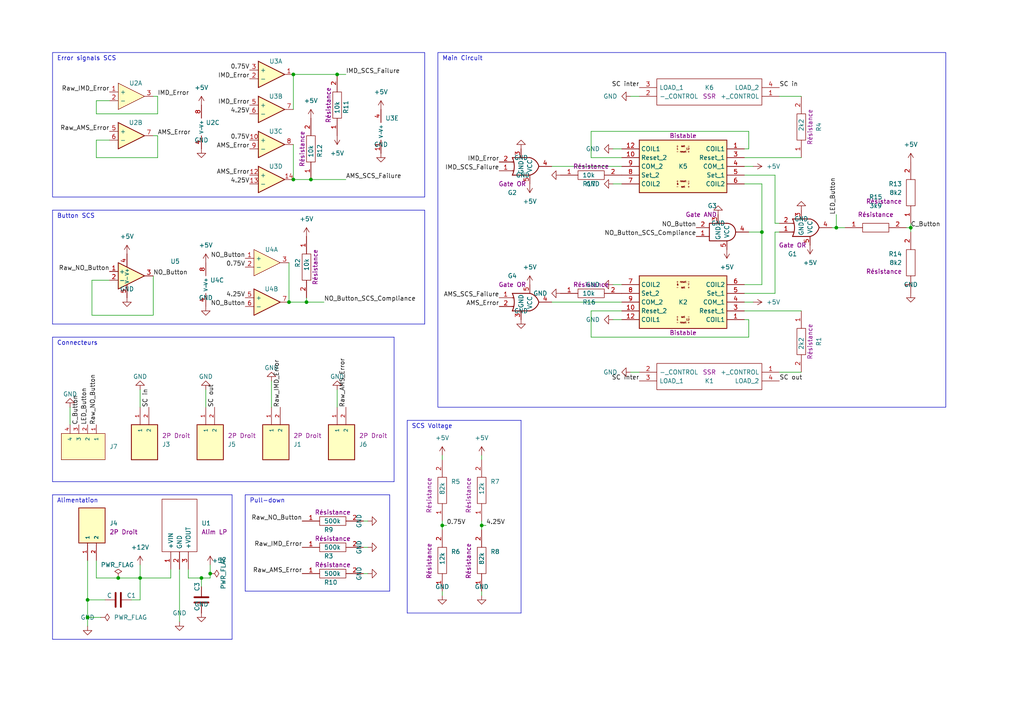
<source format=kicad_sch>
(kicad_sch (version 20230121) (generator eeschema)
  (paper "A4")
  (title_block (title "IMD Reset"))
  (junction (at 88.9 87.63))
  (junction (at 85.09 21.59))
  (junction (at 83.82 87.63))
  (junction (at 85.09 52.07))
  (junction (at 264.16 66.04))
  (junction (at 25.4 173.99))
  (junction (at 34.29 167.64))
  (junction (at 128.27 152.4))
  (junction (at 220.98 67.31))
  (junction (at 97.79 21.59))
  (junction (at 25.4 179.07))
  (junction (at 40.64 167.64))
  (junction (at 242.57 66.04))
  (junction (at 58.42 167.64))
  (junction (at 60.96 166.37))
  (junction (at 139.7 152.4))
  (junction (at 90.17 52.07))
  (polyline (pts (xy 114.3 97.79) (xy 15.24 97.79)))
  (wire (pts (xy 97.79 21.59) (xy 100.33 21.59)))
  (wire (pts (xy 139.7 152.4) (xy 140.97 152.4)))
  (wire (pts (xy 220.98 53.34) (xy 220.98 67.31)))
  (wire (pts (xy 180.34 87.63) (xy 160.02 87.63)))
  (wire (pts (xy 180.34 92.71) (xy 177.8 92.71)))
  (polyline (pts (xy 71.12 143.51) (xy 71.12 171.45)))
  (wire (pts (xy 83.82 87.63) (xy 88.9 87.63)))
  (wire (pts (xy 85.09 52.07) (xy 90.17 52.07)))
  (polyline (pts (xy 15.24 185.42) (xy 67.31 185.42)))
  (wire (pts (xy 59.69 113.03) (xy 59.69 118.11)))
  (wire (pts (xy 25.4 173.99) (xy 25.4 179.07)))
  (wire (pts (xy 105.41 158.75) (xy 106.68 158.75)))
  (wire (pts (xy 58.42 170.18) (xy 58.42 167.64)))
  (wire (pts (xy 139.7 151.13) (xy 139.7 152.4)))
  (polyline (pts (xy 15.24 60.96) (xy 15.24 93.98)))
  (wire (pts (xy 128.27 151.13) (xy 128.27 152.4)))
  (wire (pts (xy 242.57 66.04) (xy 241.3 66.04)))
  (polyline (pts (xy 114.3 139.7) (xy 114.3 97.79)))
  (wire (pts (xy 44.45 80.01) (xy 44.45 91.44)))
  (wire (pts (xy 78.74 110.49) (xy 78.74 118.11)))
  (wire (pts (xy 85.09 21.59) (xy 97.79 21.59)))
  (wire (pts (xy 180.34 43.18) (xy 177.8 43.18)))
  (polyline (pts (xy 67.31 185.42) (xy 67.31 143.51)))
  (wire (pts (xy 105.41 151.13) (xy 106.68 151.13)))
  (wire (pts (xy 40.64 118.11) (xy 40.64 113.03)))
  (wire (pts (xy 49.53 167.64) (xy 40.64 167.64)))
  (polyline (pts (xy 15.24 139.7) (xy 114.3 139.7)))
  (wire (pts (xy 232.41 107.95) (xy 226.06 107.95)))
  (wire (pts (xy 31.75 29.21) (xy 27.94 29.21)))
  (wire (pts (xy 128.27 171.45) (xy 128.27 172.72)))
  (wire (pts (xy 232.41 90.17) (xy 215.9 90.17)))
  (wire (pts (xy 185.42 107.95) (xy 182.88 107.95)))
  (wire (pts (xy 97.79 118.11) (xy 97.79 113.03)))
  (wire (pts (xy 25.4 162.56) (xy 25.4 173.99)))
  (wire (pts (xy 171.45 38.1) (xy 217.17 38.1)))
  (wire (pts (xy 220.98 67.31) (xy 220.98 82.55)))
  (wire (pts (xy 27.94 29.21) (xy 27.94 33.02)))
  (polyline (pts (xy 123.19 60.96) (xy 15.24 60.96)))
  (wire (pts (xy 171.45 97.79) (xy 217.17 97.79)))
  (wire (pts (xy 171.45 45.72) (xy 171.45 38.1)))
  (wire (pts (xy 232.41 27.94) (xy 226.06 27.94)))
  (wire (pts (xy 224.79 85.09) (xy 224.79 67.31)))
  (wire (pts (xy 45.72 33.02) (xy 45.72 27.94)))
  (wire (pts (xy 217.17 38.1) (xy 217.17 43.18)))
  (wire (pts (xy 52.07 165.1) (xy 52.07 180.34)))
  (wire (pts (xy 83.82 76.2) (xy 83.82 87.63)))
  (wire (pts (xy 60.96 166.37) (xy 60.96 163.83)))
  (wire (pts (xy 128.27 152.4) (xy 129.54 152.4)))
  (wire (pts (xy 25.4 181.61) (xy 25.4 179.07)))
  (wire (pts (xy 45.72 39.37) (xy 44.45 39.37)))
  (wire (pts (xy 220.98 67.31) (xy 217.17 67.31)))
  (wire (pts (xy 20.32 118.11) (xy 20.32 123.19)))
  (wire (pts (xy 54.61 165.1) (xy 54.61 167.64)))
  (wire (pts (xy 27.94 33.02) (xy 45.72 33.02)))
  (wire (pts (xy 54.61 167.64) (xy 58.42 167.64)))
  (wire (pts (xy 128.27 132.08) (xy 128.27 133.35)))
  (wire (pts (xy 58.42 167.64) (xy 60.96 167.64)))
  (wire (pts (xy 31.75 40.64) (xy 27.94 40.64)))
  (wire (pts (xy 224.79 50.8) (xy 224.79 64.77)))
  (wire (pts (xy 85.09 41.91) (xy 85.09 52.07)))
  (wire (pts (xy 88.9 87.63) (xy 93.98 87.63)))
  (polyline (pts (xy 151.13 177.8) (xy 118.11 177.8)))
  (wire (pts (xy 215.9 48.26) (xy 218.44 48.26)))
  (wire (pts (xy 139.7 171.45) (xy 139.7 172.72)))
  (wire (pts (xy 180.34 53.34) (xy 177.8 53.34)))
  (wire (pts (xy 185.42 27.94) (xy 182.88 27.94)))
  (polyline (pts (xy 113.03 143.51) (xy 113.03 171.45)))
  (wire (pts (xy 217.17 92.71) (xy 215.9 92.71)))
  (wire (pts (xy 27.94 45.72) (xy 45.72 45.72)))
  (polyline (pts (xy 15.24 93.98) (xy 123.19 93.98)))
  (wire (pts (xy 217.17 97.79) (xy 217.17 92.71)))
  (wire (pts (xy 45.72 45.72) (xy 45.72 39.37)))
  (wire (pts (xy 215.9 53.34) (xy 220.98 53.34)))
  (wire (pts (xy 26.67 91.44) (xy 44.45 91.44)))
  (wire (pts (xy 242.57 62.23) (xy 242.57 66.04)))
  (polyline (pts (xy 15.24 143.51) (xy 15.24 185.42)))
  (wire (pts (xy 27.94 40.64) (xy 27.94 45.72)))
  (wire (pts (xy 105.41 166.37) (xy 106.68 166.37)))
  (wire (pts (xy 264.16 66.04) (xy 264.16 67.31)))
  (wire (pts (xy 34.29 167.64) (xy 40.64 167.64)))
  (wire (pts (xy 215.9 82.55) (xy 220.98 82.55)))
  (wire (pts (xy 128.27 152.4) (xy 128.27 153.67)))
  (wire (pts (xy 264.16 66.04) (xy 262.89 66.04)))
  (wire (pts (xy 29.21 179.07) (xy 25.4 179.07)))
  (wire (pts (xy 217.17 43.18) (xy 215.9 43.18)))
  (wire (pts (xy 139.7 152.4) (xy 139.7 153.67)))
  (wire (pts (xy 49.53 165.1) (xy 49.53 167.64)))
  (wire (pts (xy 88.9 87.63) (xy 88.9 86.36)))
  (wire (pts (xy 171.45 90.17) (xy 171.45 97.79)))
  (wire (pts (xy 139.7 132.08) (xy 139.7 133.35)))
  (wire (pts (xy 215.9 87.63) (xy 218.44 87.63)))
  (wire (pts (xy 224.79 67.31) (xy 226.06 67.31)))
  (wire (pts (xy 38.1 173.99) (xy 40.64 173.99)))
  (wire (pts (xy 40.64 173.99) (xy 40.64 167.64)))
  (wire (pts (xy 215.9 85.09) (xy 224.79 85.09)))
  (wire (pts (xy 264.16 64.77) (xy 264.16 66.04)))
  (polyline (pts (xy 118.11 121.92) (xy 151.13 121.92)))
  (wire (pts (xy 27.94 167.64) (xy 34.29 167.64)))
  (polyline (pts (xy 15.24 97.79) (xy 15.24 139.7)))
  (wire (pts (xy 224.79 64.77) (xy 226.06 64.77)))
  (wire (pts (xy 180.34 45.72) (xy 171.45 45.72)))
  (wire (pts (xy 27.94 162.56) (xy 27.94 167.64)))
  (wire (pts (xy 215.9 50.8) (xy 224.79 50.8)))
  (wire (pts (xy 31.75 81.28) (xy 26.67 81.28)))
  (wire (pts (xy 100.33 52.07) (xy 90.17 52.07)))
  (wire (pts (xy 180.34 82.55) (xy 177.8 82.55)))
  (wire (pts (xy 180.34 90.17) (xy 171.45 90.17)))
  (wire (pts (xy 45.72 27.94) (xy 44.45 27.94)))
  (polyline (pts (xy 118.11 121.92) (xy 118.11 177.8)))
  (polyline (pts (xy 151.13 121.92) (xy 151.13 177.8)))
  (wire (pts (xy 40.64 163.83) (xy 40.64 167.64)))
  (polyline (pts (xy 71.12 143.51) (xy 113.03 143.51)))
  (polyline (pts (xy 113.03 171.45) (xy 71.12 171.45)))
  (wire (pts (xy 60.96 167.64) (xy 60.96 166.37)))
  (polyline (pts (xy 67.31 143.51) (xy 15.24 143.51)))
  (wire (pts (xy 26.67 81.28) (xy 26.67 91.44)))
  (wire (pts (xy 25.4 173.99) (xy 30.48 173.99)))
  (wire (pts (xy 245.11 66.04) (xy 242.57 66.04)))
  (wire (pts (xy 85.09 21.59) (xy 85.09 31.75)))
  (wire (pts (xy 232.41 45.72) (xy 215.9 45.72)))
  (wire (pts (xy 180.34 48.26) (xy 160.02 48.26)))
  (polyline (pts (xy 123.19 93.98) (xy 123.19 60.96)))
  (rectangle (start 127 15.24) (end 274.32 118.11))
  (rectangle (start 15.24 15.24) (end 123.19 57.15))
  (text "Error signals SCS" (at 16.51 17.78 0) (effects (font (size 1.27 1.27)) (justify left bottom)))
  (text "Button SCS\n" (at 16.51 63.5 0) (effects (font (size 1.27 1.27)) (justify left bottom)))
  (text "Pull-down" (at 72.39 146.05 0) (effects (font (size 1.27 1.27)) (justify left bottom)))
  (text "Alimentation\n" (at 16.51 146.05 0) (effects (font (size 1.27 1.27)) (justify left bottom)))
  (text "Main Circuit" (at 128.27 17.78 0) (effects (font (size 1.27 1.27)) (justify left bottom)))
  (text "SCS Voltage" (at 119.38 124.46 0) (effects (font (size 1.27 1.27)) (justify left bottom)))
  (text "Connecteurs\n" (at 16.51 100.33 0) (effects (font (size 1.27 1.27)) (justify left bottom)))
  (label "IMD_Error" (at 72.39 22.86 180))
  (label "4.25V" (at 140.97 152.4 0))
  (label "Raw_AMS_Error" (at 100.33 118.11 90))
  (label "NO_Button_SCS_Compliance" (at 201.93 68.58 180))
  (label "Raw_NO_Button" (at 87.63 151.13 180))
  (label "IMD_Error" (at 45.72 27.94 0))
  (label "NO_Button_SCS_Compliance" (at 93.98 87.63 0))
  (label "0.75V" (at 129.54 152.4 0))
  (label "SC in" (at 226.06 25.4 0))
  (label "Raw_IMD_Error" (at 81.28 118.11 90))
  (label "IMD_SCS_Failure" (at 144.78 49.53 180))
  (label "C_Button" (at 22.86 123.19 90))
  (label "NO_Button" (at 44.45 80.01 0))
  (label "SC out" (at 226.06 110.49 0))
  (label "0.75V" (at 71.12 77.47 180))
  (label "AMS_Error" (at 72.39 43.18 180))
  (label "SC inter" (at 185.42 110.49 180))
  (label "4.25V" (at 72.39 53.34 180))
  (label "Raw_NO_Button" (at 27.94 123.19 90))
  (label "4.25V" (at 72.39 33.02 180))
  (label "IMD_SCS_Failure" (at 100.33 21.59 0))
  (label "C_Button" (at 264.16 66.04 0))
  (label "SC in" (at 43.18 118.11 90))
  (label "0.75V" (at 72.39 40.64 180))
  (label "LED_Button" (at 25.4 123.19 90))
  (label "Raw_IMD_Error" (at 87.63 158.75 180))
  (label "NO_Button" (at 71.12 74.93 180))
  (label "Raw_IMD_Error" (at 31.75 26.67 180))
  (label "AMS_Error" (at 72.39 50.8 180))
  (label "IMD_Error" (at 72.39 30.48 180))
  (label "SC out" (at 62.23 118.11 90))
  (label "Raw_AMS_Error" (at 87.63 166.37 180))
  (label "0.75V" (at 72.39 20.32 180))
  (label "AMS_SCS_Failure" (at 100.33 52.07 0))
  (label "4.25V" (at 71.12 86.36 180))
  (label "SC inter" (at 185.42 25.4 180))
  (label "NO_Button" (at 201.93 66.04 180))
  (label "IMD_Error" (at 144.78 46.99 180))
  (label "AMS_SCS_Failure" (at 144.78 86.36 180))
  (label "Raw_NO_Button" (at 31.75 78.74 180))
  (label "LED_Button" (at 242.57 62.23 90))
  (label "AMS_Error" (at 144.78 88.9 180))
  (label "Raw_AMS_Error" (at 31.75 38.1 180))
  (label "NO_Button" (at 71.12 88.9 180))
  (label "AMS_Error" (at 45.72 39.37 0))
  (symbol (lib_id "power:+5V") (at 264.16 46.99 0) (mirror y) (unit 1)
    (property "Reference" "#PWR01" (effects hide))
    (property "Value" "+5V" (at 264.16 41.91 0))
  )
  (symbol (lib_id "power:+5V") (at 139.7 132.08 0) (unit 1)
    (property "Reference" "#PWR07" (effects hide))
    (property "Value" "+5V" (at 139.7 127 0))
  )
  (symbol (lib_id "EPSA_lib:Gate OR SN74AHCT1G32DBVR") (at 148.59 87.63 0) (unit 1)
    (property "Reference" "G4" (at 148.59 80.01 0))
    (property "Value" "Gate OR SN74AHCT1G32DBVR" (effects hide))
    (property "Footprint" "EPSA_lib:SOT95P280X145-5N" (effects hide))
    (property "Datasheet" "http://www.ti.com/lit/ds/symlink/sn74ahct1g32.pdf" (effects hide))
    (property "Sim.Pins" "4=1 1=2 2=3 5=4 3=5" (effects hide))
    (property "Sim.Device" "SPICE" (effects hide))
    (property "Sim.Params" "type=\"X\" model=\"SN74AHCT1G32\" lib=\"${EPSA}\\SpiceModel\\OR_SN74AHCT1G32.lib\"" (effects hide))
    (property "Description" "2-Input Positive-OR Gate SN74AHCT1G32DBV" (effects hide))
    (property "Height" "1.45" (effects hide))
    (property "Manufacturer_Name" "Texas Instruments" (effects hide))
    (property "Manufacturer_Part_Number" "SN74AHCT1G32DBVR" (effects hide))
    (property "Mouser Part Number" "595-SN74AHCT1G32DBVR" (effects hide))
    (property "Mouser Price/Stock" "https://www.mouser.co.uk/ProductDetail/Texas-Instruments/SN74AHCT1G32DBVR?qs=0le1rQK8zxpIB8pUTaKa9Q%3D%3D" (effects hide))
    (property "Arrow Part Number" "SN74AHCT1G32DBVR" (effects hide))
    (property "Arrow Price/Stock" "https://www.arrow.com/en/products/sn74ahct1g32dbvr/texas-instruments" (effects hide))
    (property "Render Name" "Gate OR" (at 148.59 82.55 0))
  )
  (symbol (lib_id "power:+5V") (at 128.27 132.08 0) (unit 1)
    (property "Reference" "#PWR06" (effects hide))
    (property "Value" "+5V" (at 128.27 127 0))
  )
  (symbol (lib_id "power:GND") (at 177.8 82.55 270) (unit 1)
    (property "Reference" "#GND08" (effects hide))
    (property "Value" "0" (at 173.99 82.55 90) (effects (justify right)))
  )
  (symbol (lib_id "EPSA_lib:Résistance RK73H2BLTDD2152F") (at 87.63 158.75 0) (unit 1)
    (property "Reference" "R3" (at 93.98 161.29 0) (effects (justify left)))
    (property "Value" "500k" (at 93.98 158.75 0) (effects (justify left)))
    (property "Footprint" "EPSA_lib:RESC3216X70N" (effects hide))
    (property "Datasheet" "http://www.koaspeer.com/catimages/Products/RK73H/RK73H.pdf" (effects hide))
    (property "Description" "Thick Film Resistors - SMD" (effects hide))
    (property "Height" "0.7" (effects hide))
    (property "Manufacturer_Name" "KOA Speer" (effects hide))
    (property "Manufacturer_Part_Number" "RK73H2BLTDD2152F" (effects hide))
    (property "Mouser Part Number" "N/A" (effects hide))
    (property "Mouser Price/Stock" "https://www.mouser.co.uk/ProductDetail/KOA-Speer/RK73H2BLTDD2152F?qs=WeIALVmW3zmyxMFsjVzMRw%3D%3D" (effects hide))
    (property "Sim.Device" "R" (effects hide))
    (property "Sim.Params" "type=\"R\" model=\"10k\" lib=\"\"" (effects hide))
    (property "Sim.Pins" "1=+ 2=-" (effects hide))
    (property "Render Name" "Résistance" (at 96.52 156.21 0))
  )
  (symbol (lib_id "EPSA_lib:Opamp_Dual") (at 34.29 27.94 0) (unit 1)
    (property "Reference" "U2" (at 39.37 24.13 0))
    (property "Value" "Opamp_Dual" (effects hide))
    (property "Footprint" "Package_SO:TSSOP-8_4.4x3mm_P0.65mm" (effects hide))
    (property "Datasheet" "https://www.ti.com/lit/gpn/tlv9064-q1" (effects hide))
    (property "Manufacturer_Name" "Texas Instruments" (effects hide))
    (property "Manufacturer_Part_Number" "TLV9062QPWRQ1 " (effects hide))
    (property "Mouser Part Number" "595-TLV9062QPWRQ1 " (effects hide))
  )
  (symbol (lib_id "power:+5V") (at 218.44 87.63 270) (unit 1)
    (property "Reference" "#PWR03" (effects hide))
    (property "Value" "+5V" (at 222.25 87.63 90) (effects (justify left)))
  )
  (symbol (lib_id "EPSA_lib:Opamp_Dual") (at 73.66 87.63 0) (unit 2)
    (property "Reference" "U4" (at 78.74 83.82 0))
    (property "Value" "Opamp_Dual" (effects hide))
    (property "Footprint" "Package_SO:TSSOP-8_4.4x3mm_P0.65mm" (effects hide))
    (property "Datasheet" "https://www.ti.com/lit/gpn/tlv9064-q1" (effects hide))
    (property "Manufacturer_Name" "Texas Instruments" (effects hide))
    (property "Manufacturer_Part_Number" "TLV9062QPWRQ1 " (effects hide))
    (property "Mouser Part Number" "595-TLV9062QPWRQ1 " (effects hide))
  )
  (symbol (lib_id "power:GND") (at 177.8 92.71 270) (unit 1)
    (property "Reference" "#GND04" (effects hide))
    (property "Value" "0" (at 173.99 92.71 90) (effects (justify right)))
  )
  (symbol (lib_id "EPSA_lib:SSR CPC1394GR") (at 226.06 25.4 0) (mirror y) (unit 1)
    (property "Reference" "K6" (at 205.74 25.4 0))
    (property "Value" "SSR CPC1394GR" (effects hide))
    (property "Footprint" "EPSA_lib:CPC1394GR" (effects hide))
    (property "Datasheet" "https://componentsearchengine.com/Datasheets/1/CPC1394GR.pdf" (effects hide))
    (property "Sim.Pins" "1=1 2=2 3=3 4=4" (effects hide))
    (property "Sim.Device" "SPICE" (effects hide))
    (property "Sim.Params" "type=\"X\" model=\"SWITCH\" lib=\"${EPSA}\\SpiceModel\\SSR.lib\"" (effects hide))
    (property "Description" "SPST-NO Solid State Relay Solder 120 mA rms/mA dc Surface Mount, DC MOSFET" (effects hide))
    (property "Height" "3.556" (effects hide))
    (property "Manufacturer_Name" "LITTELFUSE" (effects hide))
    (property "Manufacturer_Part_Number" "CPC1394GR" (effects hide))
    (property "Mouser Part Number" "849-CPC1394GR" (effects hide))
    (property "Mouser Price/Stock" "https://www.mouser.co.uk/ProductDetail/IXYS-Integrated-Circuits/CPC1394GR?qs=8uBHJDVwVqyTG8bzDwZMmA%3D%3D" (effects hide))
    (property "Render Name" "SSR" (at 205.74 27.94 0))
  )
  (symbol (lib_id "power:GND") (at 20.32 118.11 180) (unit 1)
    (property "Reference" "#GND013" (effects hide))
    (property "Value" "0" (at 20.32 114.3 0))
  )
  (symbol (lib_id "power:+5V") (at 153.67 53.34 0) (mirror x) (unit 1)
    (property "Reference" "#PWR011" (effects hide))
    (property "Value" "+5V" (at 153.67 58.42 0))
  )
  (symbol (lib_id "power:GND") (at 36.83 86.36 0) (unit 1)
    (property "Reference" "#GND031" (effects hide))
    (property "Value" "0" (at 36.83 83.82 0))
  )
  (symbol (lib_id "power:+5V") (at 234.95 71.12 0) (mirror x) (unit 1)
    (property "Reference" "#PWR05" (effects hide))
    (property "Value" "+5V" (at 234.95 76.2 0))
  )
  (symbol (lib_id "EPSA_lib:Résistance RK73H2BLTDD2152F") (at 88.9 68.58 270) (unit 1)
    (property "Reference" "R2" (at 86.36 74.93 0) (effects (justify left)))
    (property "Value" "10k" (at 88.9 74.93 0) (effects (justify left)))
    (property "Footprint" "EPSA_lib:RESC3216X70N" (effects hide))
    (property "Datasheet" "http://www.koaspeer.com/catimages/Products/RK73H/RK73H.pdf" (effects hide))
    (property "Description" "Thick Film Resistors - SMD" (effects hide))
    (property "Height" "0.7" (effects hide))
    (property "Manufacturer_Name" "KOA Speer" (effects hide))
    (property "Manufacturer_Part_Number" "RK73H2BLTDD2152F" (effects hide))
    (property "Mouser Part Number" "N/A" (effects hide))
    (property "Mouser Price/Stock" "https://www.mouser.co.uk/ProductDetail/KOA-Speer/RK73H2BLTDD2152F?qs=WeIALVmW3zmyxMFsjVzMRw%3D%3D" (effects hide))
    (property "Sim.Device" "R" (effects hide))
    (property "Sim.Params" "type=\"R\" model=\"10k\" lib=\"\"" (effects hide))
    (property "Sim.Pins" "1=+ 2=-" (effects hide))
    (property "Render Name" "Résistance" (at 91.44 77.47 0))
  )
  (symbol (lib_id "power:+5V") (at 88.9 68.58 0) (unit 1)
    (property "Reference" "#PWR018" (effects hide))
    (property "Value" "+5V" (at 88.9 63.5 0))
  )
  (symbol (lib_id "EPSA_lib:Opamp_Dual") (at 58.42 36.83 0) (unit 3)
    (property "Reference" "U2" (at 59.69 35.56 0) (effects (justify left)))
    (property "Value" "Opamp_Dual" (effects hide))
    (property "Footprint" "Package_SO:TSSOP-8_4.4x3mm_P0.65mm" (effects hide))
    (property "Datasheet" "https://www.ti.com/lit/gpn/tlv9064-q1" (effects hide))
    (property "Manufacturer_Name" "Texas Instruments" (effects hide))
    (property "Manufacturer_Part_Number" "TLV9062QPWRQ1 " (effects hide))
    (property "Mouser Part Number" "595-TLV9062QPWRQ1 " (effects hide))
  )
  (symbol (lib_id "EPSA_lib:Gate AND SN74AHCT1G08DBVR") (at 205.74 67.31 0) (mirror x) (unit 1)
    (property "Reference" "G3" (at 207.9341 59.69 0) (effects (justify right)))
    (property "Value" "Gate AND SN74AHCT1G08DBVR" (effects hide))
    (property "Footprint" "EPSA_lib:SOT95P280X145-5N" (effects hide))
    (property "Datasheet" "https://datasheet.datasheetarchive.com/originals/distributors/SFDatasheet-6/sf-000128638.pdf" (effects hide))
    (property "Sim.Pins" "4=1 1=2 2=3 5=4 3=5" (effects hide))
    (property "Sim.Device" "SPICE" (effects hide))
    (property "Sim.Params" "type=\"X\" model=\"SN74AHC1G08\" lib=\"${EPSA}\\SpiceModel\\AND_SN74AHC1G08.lib\"" (effects hide))
    (property "Description" "SN74AHCT1G08DBVR, Logic Gate 2 Input AND, AHCT, 8mA 5V 5-Pin SOT-23" (effects hide))
    (property "Height" "1.45" (effects hide))
    (property "Manufacturer_Name" "Texas Instruments" (effects hide))
    (property "Manufacturer_Part_Number" "SN74AHCT1G08DBVR" (effects hide))
    (property "Mouser Part Number" "595-SN74AHCT1G08DBVR" (effects hide))
    (property "Mouser Price/Stock" "https://www.mouser.co.uk/ProductDetail/Texas-Instruments/SN74AHCT1G08DBVR?qs=8Pd2FuFSoMGY9AK%2Ftqwbcw%3D%3D" (effects hide))
    (property "Arrow Part Number" "SN74AHCT1G08DBVR" (effects hide))
    (property "Arrow Price/Stock" "https://www.arrow.com/en/products/sn74ahct1g08dbvr/texas-instruments?region=nac" (effects hide))
    (property "Render Name" "Gate AND" (at 207.9341 62.23 0) (effects (justify right)))
  )
  (symbol (lib_id "power:+5V") (at 58.42 30.48 0) (unit 1)
    (property "Reference" "#PWR08" (effects hide))
    (property "Value" "+5V" (at 58.42 25.4 0))
  )
  (symbol (lib_id "power:GND") (at 232.41 60.96 0) (mirror x) (unit 1)
    (property "Reference" "#GND019" (effects hide))
    (property "Value" "0" (at 232.41 63.5 0))
  )
  (symbol (lib_id "power:GND") (at 151.13 92.71 0) (unit 1)
    (property "Reference" "#GND09" (effects hide))
    (property "Value" "0" (at 151.13 90.17 0))
  )
  (symbol (lib_id "power:GND") (at 151.13 43.18 0) (mirror x) (unit 1)
    (property "Reference" "#GND022" (effects hide))
    (property "Value" "0" (at 151.13 45.72 0))
  )
  (symbol (lib_id "power:GND") (at 59.69 88.9 0) (unit 1)
    (property "Reference" "#GND030" (effects hide))
    (property "Value" "0" (at 59.69 86.36 0))
  )
  (symbol (lib_id "EPSA_lib:Résistance RK73H2BLTDD2152F") (at 97.79 39.37 90) (unit 1)
    (property "Reference" "R11" (at 100.33 33.02 0) (effects (justify left)))
    (property "Value" "10k" (at 97.79 33.02 0) (effects (justify left)))
    (property "Footprint" "EPSA_lib:RESC3216X70N" (effects hide))
    (property "Datasheet" "http://www.koaspeer.com/catimages/Products/RK73H/RK73H.pdf" (effects hide))
    (property "Description" "Thick Film Resistors - SMD" (effects hide))
    (property "Height" "0.7" (effects hide))
    (property "Manufacturer_Name" "KOA Speer" (effects hide))
    (property "Manufacturer_Part_Number" "RK73H2BLTDD2152F" (effects hide))
    (property "Mouser Part Number" "N/A" (effects hide))
    (property "Mouser Price/Stock" "https://www.mouser.co.uk/ProductDetail/KOA-Speer/RK73H2BLTDD2152F?qs=WeIALVmW3zmyxMFsjVzMRw%3D%3D" (effects hide))
    (property "Sim.Device" "R" (effects hide))
    (property "Sim.Params" "type=\"R\" model=\"10k\" lib=\"\"" (effects hide))
    (property "Sim.Pins" "1=+ 2=-" (effects hide))
    (property "Render Name" "Résistance" (at 95.25 30.48 0))
  )
  (symbol (lib_id "EPSA_lib:Résistance RK73H2BLTDD2152F") (at 162.56 85.09 0) (unit 1)
    (property "Reference" "R16" (at 168.91 87.63 0) (effects (justify left)))
    (property "Value" "10k" (at 168.91 85.09 0) (effects (justify left)))
    (property "Footprint" "EPSA_lib:RESC3216X70N" (effects hide))
    (property "Datasheet" "http://www.koaspeer.com/catimages/Products/RK73H/RK73H.pdf" (effects hide))
    (property "Description" "Thick Film Resistors - SMD" (effects hide))
    (property "Height" "0.7" (effects hide))
    (property "Manufacturer_Name" "KOA Speer" (effects hide))
    (property "Manufacturer_Part_Number" "RK73H2BLTDD2152F" (effects hide))
    (property "Mouser Part Number" "N/A" (effects hide))
    (property "Mouser Price/Stock" "https://www.mouser.co.uk/ProductDetail/KOA-Speer/RK73H2BLTDD2152F?qs=WeIALVmW3zmyxMFsjVzMRw%3D%3D" (effects hide))
    (property "Sim.Device" "R" (effects hide))
    (property "Sim.Params" "type=\"R\" model=\"10k\" lib=\"\"" (effects hide))
    (property "Sim.Pins" "1=+ 2=-" (effects hide))
    (property "Render Name" "Résistance" (at 171.45 82.55 0))
  )
  (symbol (lib_id "power:PWR_FLAG") (at 34.29 167.64 0) (unit 1)
    (property "Reference" "#FLG0102" (effects hide))
    (property "Value" "PWR_FLAG" (at 29.21 163.83 0) (effects (justify left)))
  )
  (symbol (lib_id "EPSA_lib:Gate OR SN74AHCT1G32DBVR") (at 148.59 48.26 0) (mirror x) (unit 1)
    (property "Reference" "G2" (at 148.59 55.88 0))
    (property "Value" "Gate OR SN74AHCT1G32DBVR" (effects hide))
    (property "Footprint" "EPSA_lib:SOT95P280X145-5N" (effects hide))
    (property "Datasheet" "http://www.ti.com/lit/ds/symlink/sn74ahct1g32.pdf" (effects hide))
    (property "Sim.Pins" "4=1 1=2 2=3 5=4 3=5" (effects hide))
    (property "Sim.Device" "SPICE" (effects hide))
    (property "Sim.Params" "type=\"X\" model=\"SN74AHCT1G32\" lib=\"${EPSA}\\SpiceModel\\OR_SN74AHCT1G32.lib\"" (effects hide))
    (property "Description" "2-Input Positive-OR Gate SN74AHCT1G32DBV" (effects hide))
    (property "Height" "1.45" (effects hide))
    (property "Manufacturer_Name" "Texas Instruments" (effects hide))
    (property "Manufacturer_Part_Number" "SN74AHCT1G32DBVR" (effects hide))
    (property "Mouser Part Number" "595-SN74AHCT1G32DBVR" (effects hide))
    (property "Mouser Price/Stock" "https://www.mouser.co.uk/ProductDetail/Texas-Instruments/SN74AHCT1G32DBVR?qs=0le1rQK8zxpIB8pUTaKa9Q%3D%3D" (effects hide))
    (property "Arrow Part Number" "SN74AHCT1G32DBVR" (effects hide))
    (property "Arrow Price/Stock" "https://www.arrow.com/en/products/sn74ahct1g32dbvr/texas-instruments" (effects hide))
    (property "Render Name" "Gate OR" (at 148.59 53.34 0))
  )
  (symbol (lib_id "power:GND") (at 106.68 151.13 90) (unit 1)
    (property "Reference" "#GND032" (effects hide))
    (property "Value" "0" (at 104.14 151.13 0))
  )
  (symbol (lib_name "Bistable V23079B1201B301_1") (lib_id "EPSA_lib:Bistable V23079B1201B301") (at 215.9 43.18 0) (mirror y) (unit 1)
    (property "Reference" "K5" (at 198.12 48.26 0))
    (property "Value" "Bistable V23079B1201B301" (effects hide))
    (property "Footprint" "EPSA_lib:V23079B1201B301" (effects hide))
    (property "Datasheet" "https://www.te.com/commerce/DocumentDelivery/DDEController?Action=showdoc&DocId=Data+Sheet%7FP2_Relay%7FZ14%7Fpdf%7FEnglish%7FENG_DS_P2_Relay_Z14.pdf%7F3-1393788-3" (effects hide))
    (property "Height" "9.9" (effects hide))
    (property "Mouser Part Number" "655-V23079B1201B301" (effects hide))
    (property "Mouser Price/Stock" "https://www.mouser.co.uk/ProductDetail/TE-Connectivity-Axicom/V23079B1201B301?qs=Mpp7pS3%252Boa448t%252ByTVqVnw%3D%3D" (effects hide))
    (property "Manufacturer_Name" "TE Connectivity" (effects hide))
    (property "Manufacturer_Part_Number" "V23079B1201B301" (effects hide))
    (property "Render Name" "Bistable" (at 198.12 39.37 0))
  )
  (symbol (lib_id "EPSA_lib:Résistance RK73H2BLTDD2152F") (at 245.11 66.04 0) (mirror x) (unit 1)
    (property "Reference" "R15" (at 254 57.15 0))
    (property "Value" "3k9" (at 254 59.69 0))
    (property "Footprint" "EPSA_lib:RESC3216X70N" (effects hide))
    (property "Datasheet" "http://www.koaspeer.com/catimages/Products/RK73H/RK73H.pdf" (effects hide))
    (property "Sim.Pins" "1=+ 2=-" (effects hide))
    (property "Sim.Device" "R" (effects hide))
    (property "Description" "Thick Film Resistors - SMD" (effects hide))
    (property "Height" "0.7" (effects hide))
    (property "Manufacturer_Name" "KOA Speer" (effects hide))
    (property "Manufacturer_Part_Number" "RK73H2BLTDD2152F" (effects hide))
    (property "Mouser Part Number" "N/A" (effects hide))
    (property "Mouser Price/Stock" "https://www.mouser.co.uk/ProductDetail/KOA-Speer/RK73H2BLTDD2152F?qs=WeIALVmW3zmyxMFsjVzMRw%3D%3D" (effects hide))
    (property "Render Name" "Résistance" (at 254 62.23 0))
  )
  (symbol (lib_id "Device:C") (at 58.42 173.99 180) (unit 1)
    (property "Reference" "C3" (at 57.15 170.18 90))
    (property "Value" "C" (at 57.15 176.53 90))
    (property "Footprint" "Capacitor_THT:CP_Radial_D5.0mm_P2.00mm" (effects hide))
  )
  (symbol (lib_name "Résistance RK73H2BLTDD2152F_5") (lib_id "EPSA_lib:Résistance RK73H2BLTDD2152F") (at 139.7 151.13 90) (unit 1)
    (property "Reference" "R7" (at 142.24 139.6999 90) (effects (justify right)))
    (property "Value" "12k" (at 139.7 143.51 0) (effects (justify left)))
    (property "Footprint" "EPSA_lib:RESC3216X70N" (effects hide))
    (property "Datasheet" "http://www.koaspeer.com/catimages/Products/RK73H/RK73H.pdf" (effects hide))
    (property "Description" "Thick Film Resistors - SMD" (effects hide))
    (property "Height" "0.7" (effects hide))
    (property "Manufacturer_Name" "KOA Speer" (effects hide))
    (property "Manufacturer_Part_Number" "RK73H2BLTDD2152F" (effects hide))
    (property "Mouser Part Number" "N/A" (effects hide))
    (property "Mouser Price/Stock" "https://www.mouser.co.uk/ProductDetail/KOA-Speer/RK73H2BLTDD2152F?qs=WeIALVmW3zmyxMFsjVzMRw%3D%3D" (effects hide))
    (property "Render Name" "Résistance" (at 135.89 138.43 0) (effects (justify right)))
    (property "Sim.Device" "R" (effects hide))
    (property "Sim.Params" "type=\"R\" model=\"2k\" lib=\"\"" (effects hide))
    (property "Sim.Pins" "1=+ 2=-" (effects hide))
  )
  (symbol (lib_id "EPSA_lib:Alim LP TSR_0.5-2450") (at 54.61 163.83 90) (unit 1)
    (property "Reference" "U1" (at 58.42 151.765 90) (effects (justify right)))
    (property "Value" "Alim LP TSR_0.5-2450" (effects hide))
    (property "Footprint" "EPSA_lib:TSR-0.5-2433" (effects hide))
    (property "Datasheet" "https://tracopower.com/tsr0-5-datasheet/" (effects hide))
    (property "Sim.Pins" "1=1 2=2 3=3" (effects hide))
    (property "Sim.Device" "SPICE" (effects hide))
    (property "Sim.Params" "type=\"R\" model=\"Alim LP TSR_0.5-2450\" lib=\"\"" (effects hide))
    (property "Description" "0.5 Amp POL switching regulator, 4.75 to -32 VDC input, pos.-pos. circuit, LM78 compatible, SIP-3" (effects hide))
    (property "Manufacturer_Name" "Traco Power" (effects hide))
    (property "Manufacturer_Part_Number" "TSR 0.5-2450" (effects hide))
    (property "Mouser Part Number" "495-TSR0.5-2450" (effects hide))
    (property "Mouser Price/Stock" "https://www.mouser.co.uk/ProductDetail/TRACO-Power/TSR-0.5-2450?qs=ckJk83FOD0XpEgQBSwF%2FIw%3D%3D" (effects hide))
    (property "Arrow Part Number" "TSR 0.5-2450" (effects hide))
    (property "Arrow Price/Stock" "https://www.arrow.com/en/products/tsr0.5-2450/traco-electronic-ag?region=europe" (effects hide))
    (property "Sim.Enable" "0" (effects hide))
    (property "Render Name" "Alim LP" (at 58.42 154.305 90) (effects (justify right)))
  )
  (symbol (lib_id "EPSA_lib:Opamp_Quad") (at 74.93 21.59 0) (unit 1)
    (property "Reference" "U3" (at 80.01 17.78 0))
    (property "Value" "Opamp_Quad" (effects hide))
    (property "Footprint" "Package_SO:TSSOP-14_4.4x5mm_P0.65mm" (effects hide))
    (property "Datasheet" "https://www.ti.com/lit/gpn/tlv9064-q1" (effects hide))
    (property "Manufacturer_Name" "Texas Instruments" (effects hide))
    (property "Manufacturer_Part_Number" "TLV9064QPWRQ1 " (effects hide))
    (property "Mouser Part Number" "595-TLV9064QPWRQ1 " (effects hide))
  )
  (symbol (lib_id "EPSA_lib:Bistable V23079B1201B301") (at 215.9 92.71 180) (unit 1)
    (property "Reference" "K2" (at 198.12 87.63 0))
    (property "Value" "Bistable V23079B1201B301" (effects hide))
    (property "Footprint" "EPSA_lib:V23079B1201B301" (effects hide))
    (property "Datasheet" "https://www.te.com/commerce/DocumentDelivery/DDEController?Action=showdoc&DocId=Data+Sheet%7FP2_Relay%7FZ14%7Fpdf%7FEnglish%7FENG_DS_P2_Relay_Z14.pdf%7F3-1393788-3" (effects hide))
    (property "Height" "9.9" (effects hide))
    (property "Mouser Part Number" "655-V23079B1201B301" (effects hide))
    (property "Mouser Price/Stock" "https://www.mouser.co.uk/ProductDetail/TE-Connectivity-Axicom/V23079B1201B301?qs=Mpp7pS3%252Boa448t%252ByTVqVnw%3D%3D" (effects hide))
    (property "Manufacturer_Name" "TE Connectivity" (effects hide))
    (property "Manufacturer_Part_Number" "V23079B1201B301" (effects hide))
    (property "Render Name" "Bistable" (at 198.12 96.52 0))
  )
  (symbol (lib_id "power:+5V") (at 153.67 82.55 0) (unit 1)
    (property "Reference" "#PWR017" (effects hide))
    (property "Value" "+5V" (at 153.67 77.47 0))
  )
  (symbol (lib_id "power:GND") (at 162.56 50.8 270) (mirror x) (unit 1)
    (property "Reference" "#GND015" (effects hide))
    (property "Value" "0" (at 153.67 50.8 90) (effects (justify right)))
  )
  (symbol (lib_id "power:+12V") (at 40.64 163.83 0) (unit 1)
    (property "Reference" "#PWR02" (effects hide))
    (property "Value" "+12V" (at 40.64 158.75 0))
  )
  (symbol (lib_id "EPSA_lib:Résistance RK73H2BLTDD2152F") (at 232.41 45.72 270) (mirror x) (unit 1)
    (property "Reference" "R4" (at 237.49 36.83 0))
    (property "Value" "2k2" (at 232.41 38.1 0) (effects (justify left)))
    (property "Footprint" "EPSA_lib:RESC3216X70N" (effects hide))
    (property "Datasheet" "http://www.koaspeer.com/catimages/Products/RK73H/RK73H.pdf" (effects hide))
    (property "Sim.Pins" "1=+ 2=-" (effects hide))
    (property "Sim.Device" "R" (effects hide))
    (property "Sim.Params" "type=\"R\" model=\"10\" lib=\"\"" (effects hide))
    (property "Description" "Thick Film Resistors - SMD" (effects hide))
    (property "Height" "0.7" (effects hide))
    (property "Manufacturer_Name" "KOA Speer" (effects hide))
    (property "Manufacturer_Part_Number" "RK73H2BLTDD2152F" (effects hide))
    (property "Mouser Part Number" "N/A" (effects hide))
    (property "Mouser Price/Stock" "https://www.mouser.co.uk/ProductDetail/KOA-Speer/RK73H2BLTDD2152F?qs=WeIALVmW3zmyxMFsjVzMRw%3D%3D" (effects hide))
    (property "Render Name" "Résistance" (at 234.95 36.83 0))
  )
  (symbol (lib_id "power:GND") (at 139.7 172.72 0) (unit 1)
    (property "Reference" "#GND026" (effects hide))
    (property "Value" "0" (at 139.7 170.18 0))
  )
  (symbol (lib_id "EPSA_lib:2P Droit 2-11-2022") (at 40.64 128.27 90) (mirror x) (unit 1)
    (property "Reference" "J3" (at 46.99 128.905 90) (effects (justify right)))
    (property "Value" "2P Droit 2-11-2022" (effects hide))
    (property "Footprint" "EPSA_lib:MOLEX_22-11-2022" (effects hide))
    (property "Sim.Pins" "1=1 2=2" (effects hide))
    (property "Sim.Device" "SPICE" (effects hide))
    (property "Sim.Params" "type=\"J\" model=\"22-11-2022\" lib=\"\"" (effects hide))
    (property "MAXIMUM_PACKAGE_HEIGHT" "10.66mm" (effects hide))
    (property "PARTREV" "BD8" (effects hide))
    (property "STANDARD" "Manufacturer Recommendations" (effects hide))
    (property "MANUFACTURER" "Molex" (effects hide))
    (property "Sim.Enable" "0" (effects hide))
    (property "Render Name" "2P Droit" (at 46.99 126.365 90) (effects (justify right)))
  )
  (symbol (lib_id "power:GND") (at 97.79 113.03 180) (unit 1)
    (property "Reference" "#GND016" (effects hide))
    (property "Value" "0" (at 97.79 109.22 0))
  )
  (symbol (lib_id "power:GND") (at 182.88 107.95 270) (unit 1)
    (property "Reference" "#GND02" (effects hide))
    (property "Value" "0" (at 179.07 107.95 90) (effects (justify right)))
  )
  (symbol (lib_name "Résistance RK73H2BLTDD2152F_4") (lib_id "EPSA_lib:Résistance RK73H2BLTDD2152F") (at 128.27 171.45 90) (unit 1)
    (property "Reference" "R6" (at 130.81 160.0199 90) (effects (justify right)))
    (property "Value" "12k" (at 128.27 163.83 0) (effects (justify left)))
    (property "Footprint" "EPSA_lib:RESC3216X70N" (effects hide))
    (property "Datasheet" "http://www.koaspeer.com/catimages/Products/RK73H/RK73H.pdf" (effects hide))
    (property "Description" "Thick Film Resistors - SMD" (effects hide))
    (property "Height" "0.7" (effects hide))
    (property "Manufacturer_Name" "KOA Speer" (effects hide))
    (property "Manufacturer_Part_Number" "RK73H2BLTDD2152F" (effects hide))
    (property "Mouser Part Number" "N/A" (effects hide))
    (property "Mouser Price/Stock" "https://www.mouser.co.uk/ProductDetail/KOA-Speer/RK73H2BLTDD2152F?qs=WeIALVmW3zmyxMFsjVzMRw%3D%3D" (effects hide))
    (property "Render Name" "Résistance" (at 124.46 157.48 0) (effects (justify right)))
    (property "Sim.Device" "R" (effects hide))
    (property "Sim.Params" "type=\"R\" model=\"2k\" lib=\"\"" (effects hide))
    (property "Sim.Pins" "1=+ 2=-" (effects hide))
  )
  (symbol (lib_id "power:GND") (at 59.69 113.03 180) (unit 1)
    (property "Reference" "#GND011" (effects hide))
    (property "Value" "0" (at 59.69 109.22 0))
  )
  (symbol (lib_id "EPSA_lib:Opamp_Dual") (at 73.66 76.2 0) (unit 1)
    (property "Reference" "U4" (at 78.74 72.39 0))
    (property "Value" "Opamp_Dual" (effects hide))
    (property "Footprint" "Package_SO:TSSOP-8_4.4x3mm_P0.65mm" (effects hide))
    (property "Datasheet" "https://www.ti.com/lit/gpn/tlv9064-q1" (effects hide))
    (property "Manufacturer_Name" "Texas Instruments" (effects hide))
    (property "Manufacturer_Part_Number" "TLV9062QPWRQ1 " (effects hide))
    (property "Mouser Part Number" "595-TLV9062QPWRQ1 " (effects hide))
  )
  (symbol (lib_id "EPSA_lib:2P Droit 2-11-2022") (at 59.69 128.27 90) (mirror x) (unit 1)
    (property "Reference" "J5" (at 66.04 128.905 90) (effects (justify right)))
    (property "Value" "2P Droit 2-11-2022" (effects hide))
    (property "Footprint" "EPSA_lib:MOLEX_22-11-2022" (effects hide))
    (property "Sim.Pins" "1=1 2=2" (effects hide))
    (property "Sim.Device" "SPICE" (effects hide))
    (property "Sim.Params" "type=\"J\" model=\"22-11-2022\" lib=\"\"" (effects hide))
    (property "MAXIMUM_PACKAGE_HEIGHT" "10.66mm" (effects hide))
    (property "PARTREV" "BD8" (effects hide))
    (property "STANDARD" "Manufacturer Recommendations" (effects hide))
    (property "MANUFACTURER" "Molex" (effects hide))
    (property "Sim.Enable" "0" (effects hide))
    (property "Render Name" "2P Droit" (at 66.04 126.365 90) (effects (justify right)))
  )
  (symbol (lib_id "EPSA_lib:SSR CPC1394GR") (at 226.06 110.49 180) (unit 1)
    (property "Reference" "K1" (at 205.74 110.49 0))
    (property "Value" "SSR CPC1394GR" (effects hide))
    (property "Footprint" "EPSA_lib:CPC1394GR" (effects hide))
    (property "Datasheet" "https://componentsearchengine.com/Datasheets/1/CPC1394GR.pdf" (effects hide))
    (property "Sim.Pins" "1=1 2=2 3=3 4=4" (effects hide))
    (property "Sim.Device" "SPICE" (effects hide))
    (property "Sim.Params" "type=\"X\" model=\"SWITCH\" lib=\"${EPSA}\\SpiceModel\\SSR.lib\"" (effects hide))
    (property "Description" "SPST-NO Solid State Relay Solder 120 mA rms/mA dc Surface Mount, DC MOSFET" (effects hide))
    (property "Height" "3.556" (effects hide))
    (property "Manufacturer_Name" "LITTELFUSE" (effects hide))
    (property "Manufacturer_Part_Number" "CPC1394GR" (effects hide))
    (property "Mouser Part Number" "849-CPC1394GR" (effects hide))
    (property "Mouser Price/Stock" "https://www.mouser.co.uk/ProductDetail/IXYS-Integrated-Circuits/CPC1394GR?qs=8uBHJDVwVqyTG8bzDwZMmA%3D%3D" (effects hide))
    (property "Render Name" "SSR" (at 205.74 107.95 0))
  )
  (symbol (lib_id "EPSA_lib:Gate OR SN74AHCT1G32DBVR") (at 229.87 66.04 0) (mirror x) (unit 1)
    (property "Reference" "G1" (at 229.87 73.66 0))
    (property "Value" "Gate OR SN74AHCT1G32DBVR" (effects hide))
    (property "Footprint" "EPSA_lib:SOT95P280X145-5N" (effects hide))
    (property "Datasheet" "http://www.ti.com/lit/ds/symlink/sn74ahct1g32.pdf" (effects hide))
    (property "Sim.Pins" "4=1 1=2 2=3 5=4 3=5" (effects hide))
    (property "Sim.Device" "SPICE" (effects hide))
    (property "Sim.Params" "type=\"X\" model=\"SN74AHCT1G32\" lib=\"${EPSA}\\SpiceModel\\OR_SN74AHCT1G32.lib\"" (effects hide))
    (property "Description" "2-Input Positive-OR Gate SN74AHCT1G32DBV" (effects hide))
    (property "Height" "1.45" (effects hide))
    (property "Manufacturer_Name" "Texas Instruments" (effects hide))
    (property "Manufacturer_Part_Number" "SN74AHCT1G32DBVR" (effects hide))
    (property "Mouser Part Number" "595-SN74AHCT1G32DBVR" (effects hide))
    (property "Mouser Price/Stock" "https://www.mouser.co.uk/ProductDetail/Texas-Instruments/SN74AHCT1G32DBVR?qs=0le1rQK8zxpIB8pUTaKa9Q%3D%3D" (effects hide))
    (property "Arrow Part Number" "SN74AHCT1G32DBVR" (effects hide))
    (property "Arrow Price/Stock" "https://www.arrow.com/en/products/sn74ahct1g32dbvr/texas-instruments" (effects hide))
    (property "Render Name" "Gate OR" (at 229.87 71.12 0))
  )
  (symbol (lib_id "power:GND") (at 78.74 110.49 180) (unit 1)
    (property "Reference" "#GND03" (effects hide))
    (property "Value" "0" (at 78.74 106.68 0))
  )
  (symbol (lib_id "power:GND") (at 162.56 85.09 270) (unit 1)
    (property "Reference" "#GND06" (effects hide))
    (property "Value" "0" (at 158.75 85.09 90) (effects (justify right)))
  )
  (symbol (lib_id "EPSA_lib:Opamp") (at 36.83 80.01 0) (unit 1)
    (property "Reference" "U5" (at 50.8 75.8191 0))
    (property "Value" "${SIM.PARAMS}" (effects hide))
    (property "Footprint" "Package_TO_SOT_SMD:SOT-353_SC-70-5_Handsoldering" (effects hide))
    (property "Datasheet" "https://www.ti.com/lit/gpn/tlv9064-q1" (effects hide))
    (property "Manufacturer_Name" "Texas Instruments" (effects hide))
    (property "Manufacturer_Part_Number" "TLV9061QDCKRQ1 " (effects hide))
    (property "Mouser Part Number" " 595-TLV9061QDCKRQ1 " (effects hide))
  )
  (symbol (lib_name "Résistance RK73H2BLTDD2152F_1") (lib_id "EPSA_lib:Résistance RK73H2BLTDD2152F") (at 128.27 151.13 90) (unit 1)
    (property "Reference" "R5" (at 130.81 139.6999 90) (effects (justify right)))
    (property "Value" "82k" (at 128.27 143.51 0) (effects (justify left)))
    (property "Footprint" "EPSA_lib:RESC3216X70N" (effects hide))
    (property "Datasheet" "http://www.koaspeer.com/catimages/Products/RK73H/RK73H.pdf" (effects hide))
    (property "Description" "Thick Film Resistors - SMD" (effects hide))
    (property "Height" "0.7" (effects hide))
    (property "Manufacturer_Name" "KOA Speer" (effects hide))
    (property "Manufacturer_Part_Number" "RK73H2BLTDD2152F" (effects hide))
    (property "Mouser Part Number" "N/A" (effects hide))
    (property "Mouser Price/Stock" "https://www.mouser.co.uk/ProductDetail/KOA-Speer/RK73H2BLTDD2152F?qs=WeIALVmW3zmyxMFsjVzMRw%3D%3D" (effects hide))
    (property "Render Name" "Résistance" (at 124.46 138.43 0) (effects (justify right)))
    (property "Sim.Device" "R" (effects hide))
    (property "Sim.Params" "type=\"R\" model=\"8k\" lib=\"\"" (effects hide))
    (property "Sim.Pins" "1=+ 2=-" (effects hide))
  )
  (symbol (lib_id "EPSA_lib:4P Droit 22-11-2042") (at 25.4 128.27 270) (unit 1)
    (property "Reference" "J7" (at 31.75 129.54 90) (effects (justify left)))
    (property "Value" "4P Droit 22-11-2042" (effects hide))
    (property "Footprint" "EPSA_lib:MOLEX_22-11-2042" (effects hide))
    (property "Datasheet" "https://www.molex.com/en-us/products/part-detail/22112042?display=pdf" (effects hide))
    (property "Render Name" "4P Droit" (effects hide))
    (property "Manufacturer_Name" "Molex" (effects hide))
    (property "Manufacturer_Part_Number" "22-11-2042" (effects hide))
    (property "Mouser Part Number" "538-22-11-2042" (effects hide))
    (property "Mouser Price/Stock" "https://www.mouser.fr/ProductDetail/Molex/22-11-2042?qs=mrPiglD9aYJfi57%2FgjU4lw%3D%3D" (effects hide))
  )
  (symbol (lib_id "power:GND") (at 177.8 43.18 270) (mirror x) (unit 1)
    (property "Reference" "#GND020" (effects hide))
    (property "Value" "0" (at 173.99 43.18 90) (effects (justify right)))
  )
  (symbol (lib_id "EPSA_lib:Opamp_Dual") (at 34.29 39.37 0) (unit 2)
    (property "Reference" "U2" (at 39.37 35.56 0))
    (property "Value" "Opamp_Dual" (effects hide))
    (property "Footprint" "Package_SO:TSSOP-8_4.4x3mm_P0.65mm" (effects hide))
    (property "Datasheet" "https://www.ti.com/lit/gpn/tlv9064-q1" (effects hide))
    (property "Manufacturer_Name" "Texas Instruments" (effects hide))
    (property "Manufacturer_Part_Number" "TLV9062QPWRQ1 " (effects hide))
    (property "Mouser Part Number" "595-TLV9062QPWRQ1 " (effects hide))
  )
  (symbol (lib_id "power:GND") (at 106.68 158.75 90) (unit 1)
    (property "Reference" "#GND027" (effects hide))
    (property "Value" "0" (at 104.14 158.75 0))
  )
  (symbol (lib_id "EPSA_lib:2P Droit 2-11-2022") (at 97.79 128.27 90) (mirror x) (unit 1)
    (property "Reference" "J6" (at 104.14 128.905 90) (effects (justify right)))
    (property "Value" "2P Droit 2-11-2022" (effects hide))
    (property "Footprint" "EPSA_lib:MOLEX_22-11-2022" (effects hide))
    (property "Sim.Pins" "1=1 2=2" (effects hide))
    (property "Sim.Device" "SPICE" (effects hide))
    (property "Sim.Params" "type=\"J\" model=\"22-11-2022\" lib=\"\"" (effects hide))
    (property "MAXIMUM_PACKAGE_HEIGHT" "10.66mm" (effects hide))
    (property "PARTREV" "BD8" (effects hide))
    (property "STANDARD" "Manufacturer Recommendations" (effects hide))
    (property "MANUFACTURER" "Molex" (effects hide))
    (property "Sim.Enable" "0" (effects hide))
    (property "Render Name" "2P Droit" (at 104.14 126.365 90) (effects (justify right)))
  )
  (symbol (lib_id "power:GND") (at 208.28 62.23 0) (mirror x) (unit 1)
    (property "Reference" "#GND029" (effects hide))
    (property "Value" "0" (at 208.28 64.77 0))
  )
  (symbol (lib_id "power:GND") (at 177.8 53.34 270) (mirror x) (unit 1)
    (property "Reference" "#GND021" (effects hide))
    (property "Value" "0" (at 173.99 53.34 90) (effects (justify right)))
  )
  (symbol (lib_id "power:+5V") (at 36.83 73.66 0) (unit 1)
    (property "Reference" "#PWR016" (effects hide))
    (property "Value" "+5V" (at 36.83 68.58 0))
  )
  (symbol (lib_id "power:GND") (at 25.4 181.61 0) (unit 1)
    (property "Reference" "#GND05" (effects hide))
    (property "Value" "0" (at 25.4 179.07 0))
  )
  (symbol (lib_id "power:GND") (at 128.27 172.72 0) (unit 1)
    (property "Reference" "#GND025" (effects hide))
    (property "Value" "0" (at 128.27 170.18 0))
  )
  (symbol (lib_id "power:+5V") (at 59.69 76.2 0) (unit 1)
    (property "Reference" "#PWR015" (effects hide))
    (property "Value" "+5V" (at 59.69 71.12 0))
  )
  (symbol (lib_id "power:PWR_FLAG") (at 60.96 166.37 270) (unit 1)
    (property "Reference" "#FLG01" (effects hide))
    (property "Value" "PWR_FLAG" (at 64.77 161.29 0) (effects (justify left)))
  )
  (symbol (lib_id "EPSA_lib:Résistance RK73H2BLTDD2152F") (at 264.16 85.09 270) (mirror x) (unit 1)
    (property "Reference" "R14" (at 261.62 73.66 90) (effects (justify right)))
    (property "Value" "8k2" (at 261.62 76.2 90) (effects (justify right)))
    (property "Footprint" "EPSA_lib:RESC3216X70N" (effects hide))
    (property "Datasheet" "http://www.koaspeer.com/catimages/Products/RK73H/RK73H.pdf" (effects hide))
    (property "Sim.Pins" "1=+ 2=-" (effects hide))
    (property "Sim.Device" "R" (effects hide))
    (property "Description" "Thick Film Resistors - SMD" (effects hide))
    (property "Height" "0.7" (effects hide))
    (property "Manufacturer_Name" "KOA Speer" (effects hide))
    (property "Manufacturer_Part_Number" "RK73H2BLTDD2152F" (effects hide))
    (property "Mouser Part Number" "N/A" (effects hide))
    (property "Mouser Price/Stock" "https://www.mouser.co.uk/ProductDetail/KOA-Speer/RK73H2BLTDD2152F?qs=WeIALVmW3zmyxMFsjVzMRw%3D%3D" (effects hide))
    (property "Render Name" "Résistance" (at 261.62 78.74 90) (effects (justify right)))
  )
  (symbol (lib_id "EPSA_lib:Opamp_Quad") (at 74.93 31.75 0) (unit 2)
    (property "Reference" "U3" (at 80.01 27.94 0))
    (property "Value" "Opamp_Quad" (effects hide))
    (property "Footprint" "Package_SO:TSSOP-14_4.4x5mm_P0.65mm" (effects hide))
    (property "Datasheet" "https://www.ti.com/lit/gpn/tlv9064-q1" (effects hide))
    (property "Manufacturer_Name" "Texas Instruments" (effects hide))
    (property "Manufacturer_Part_Number" "TLV9064QPWRQ1 " (effects hide))
    (property "Mouser Part Number" "595-TLV9064QPWRQ1 " (effects hide))
  )
  (symbol (lib_id "EPSA_lib:Résistance RK73H2BLTDD2152F") (at 162.56 50.8 0) (unit 1)
    (property "Reference" "R17" (at 168.91 53.34 0) (effects (justify left)))
    (property "Value" "10k" (at 168.91 50.8 0) (effects (justify left)))
    (property "Footprint" "EPSA_lib:RESC3216X70N" (effects hide))
    (property "Datasheet" "http://www.koaspeer.com/catimages/Products/RK73H/RK73H.pdf" (effects hide))
    (property "Description" "Thick Film Resistors - SMD" (effects hide))
    (property "Height" "0.7" (effects hide))
    (property "Manufacturer_Name" "KOA Speer" (effects hide))
    (property "Manufacturer_Part_Number" "RK73H2BLTDD2152F" (effects hide))
    (property "Mouser Part Number" "N/A" (effects hide))
    (property "Mouser Price/Stock" "https://www.mouser.co.uk/ProductDetail/KOA-Speer/RK73H2BLTDD2152F?qs=WeIALVmW3zmyxMFsjVzMRw%3D%3D" (effects hide))
    (property "Sim.Device" "R" (effects hide))
    (property "Sim.Params" "type=\"R\" model=\"10k\" lib=\"\"" (effects hide))
    (property "Sim.Pins" "1=+ 2=-" (effects hide))
    (property "Render Name" "Résistance" (at 171.45 48.26 0))
  )
  (symbol (lib_id "EPSA_lib:Résistance RK73H2BLTDD2152F") (at 232.41 90.17 270) (unit 1)
    (property "Reference" "R1" (at 237.49 99.06 0))
    (property "Value" "2k2" (at 232.41 97.79 0) (effects (justify left)))
    (property "Footprint" "EPSA_lib:RESC3216X70N" (effects hide))
    (property "Datasheet" "http://www.koaspeer.com/catimages/Products/RK73H/RK73H.pdf" (effects hide))
    (property "Sim.Pins" "1=+ 2=-" (effects hide))
    (property "Sim.Device" "R" (effects hide))
    (property "Sim.Params" "type=\"R\" model=\"10\" lib=\"\"" (effects hide))
    (property "Description" "Thick Film Resistors - SMD" (effects hide))
    (property "Height" "0.7" (effects hide))
    (property "Manufacturer_Name" "KOA Speer" (effects hide))
    (property "Manufacturer_Part_Number" "RK73H2BLTDD2152F" (effects hide))
    (property "Mouser Part Number" "N/A" (effects hide))
    (property "Mouser Price/Stock" "https://www.mouser.co.uk/ProductDetail/KOA-Speer/RK73H2BLTDD2152F?qs=WeIALVmW3zmyxMFsjVzMRw%3D%3D" (effects hide))
    (property "Render Name" "Résistance" (at 234.95 99.06 0))
  )
  (symbol (lib_id "power:GND") (at 58.42 177.8 0) (unit 1)
    (property "Reference" "#GND07" (effects hide))
    (property "Value" "0" (at 58.42 175.26 0))
  )
  (symbol (lib_id "power:GND") (at 58.42 43.18 0) (unit 1)
    (property "Reference" "#GND028" (effects hide))
    (property "Value" "0" (at 58.42 40.64 0))
  )
  (symbol (lib_id "power:+5V") (at 90.17 34.29 0) (unit 1)
    (property "Reference" "#PWR012" (effects hide))
    (property "Value" "+5V" (at 90.17 29.21 0))
  )
  (symbol (lib_id "EPSA_lib:Opamp_Quad") (at 74.93 52.07 0) (unit 4)
    (property "Reference" "U3" (at 80.01 48.26 0))
    (property "Value" "Opamp_Quad" (effects hide))
    (property "Footprint" "Package_SO:TSSOP-14_4.4x5mm_P0.65mm" (effects hide))
    (property "Datasheet" "https://www.ti.com/lit/gpn/tlv9064-q1" (effects hide))
    (property "Manufacturer_Name" "Texas Instruments" (effects hide))
    (property "Manufacturer_Part_Number" "TLV9064QPWRQ1 " (effects hide))
    (property "Mouser Part Number" "595-TLV9064QPWRQ1 " (effects hide))
  )
  (symbol (lib_id "power:GND") (at 106.68 166.37 90) (unit 1)
    (property "Reference" "#GND018" (effects hide))
    (property "Value" "0" (at 104.14 166.37 0))
  )
  (symbol (lib_id "EPSA_lib:Opamp_Dual") (at 59.69 82.55 0) (unit 3)
    (property "Reference" "U4" (at 60.96 81.28 0) (effects (justify left)))
    (property "Value" "Opamp_Dual" (effects hide))
    (property "Footprint" "Package_SO:TSSOP-8_4.4x3mm_P0.65mm" (effects hide))
    (property "Datasheet" "https://www.ti.com/lit/gpn/tlv9064-q1" (effects hide))
    (property "Manufacturer_Name" "Texas Instruments" (effects hide))
    (property "Manufacturer_Part_Number" "TLV9062QPWRQ1 " (effects hide))
    (property "Mouser Part Number" "595-TLV9062QPWRQ1 " (effects hide))
  )
  (symbol (lib_id "EPSA_lib:Résistance RK73H2BLTDD2152F") (at 264.16 64.77 270) (mirror x) (unit 1)
    (property "Reference" "R13" (at 261.62 53.34 90) (effects (justify right)))
    (property "Value" "8k2" (at 261.62 55.88 90) (effects (justify right)))
    (property "Footprint" "EPSA_lib:RESC3216X70N" (effects hide))
    (property "Datasheet" "http://www.koaspeer.com/catimages/Products/RK73H/RK73H.pdf" (effects hide))
    (property "Sim.Pins" "1=+ 2=-" (effects hide))
    (property "Sim.Device" "R" (effects hide))
    (property "Description" "Thick Film Resistors - SMD" (effects hide))
    (property "Height" "0.7" (effects hide))
    (property "Manufacturer_Name" "KOA Speer" (effects hide))
    (property "Manufacturer_Part_Number" "RK73H2BLTDD2152F" (effects hide))
    (property "Mouser Part Number" "N/A" (effects hide))
    (property "Mouser Price/Stock" "https://www.mouser.co.uk/ProductDetail/KOA-Speer/RK73H2BLTDD2152F?qs=WeIALVmW3zmyxMFsjVzMRw%3D%3D" (effects hide))
    (property "Render Name" "Résistance" (at 261.62 58.42 90) (effects (justify right)))
  )
  (symbol (lib_id "power:PWR_FLAG") (at 29.21 179.07 270) (unit 1)
    (property "Reference" "#FLG0101" (effects hide))
    (property "Value" "PWR_FLAG" (at 33.02 179.0699 90) (effects (justify left)))
  )
  (symbol (lib_id "EPSA_lib:2P Droit 2-11-2022") (at 25.4 152.4 90) (unit 1)
    (property "Reference" "J4" (at 31.75 151.765 90) (effects (justify right)))
    (property "Value" "2P Droit 2-11-2022" (effects hide))
    (property "Footprint" "EPSA_lib:MOLEX_22-11-2022" (effects hide))
    (property "Sim.Pins" "1=1 2=2" (effects hide))
    (property "Sim.Device" "SPICE" (effects hide))
    (property "Sim.Params" "type=\"J\" model=\"22-11-2022\" lib=\"\"" (effects hide))
    (property "MAXIMUM_PACKAGE_HEIGHT" "10.66mm" (effects hide))
    (property "PARTREV" "BD8" (effects hide))
    (property "STANDARD" "Manufacturer Recommendations" (effects hide))
    (property "MANUFACTURER" "Molex" (effects hide))
    (property "Sim.Enable" "0" (effects hide))
    (property "Render Name" "2P Droit" (at 31.75 154.305 90) (effects (justify right)))
  )
  (symbol (lib_id "power:+5V") (at 210.82 72.39 0) (mirror x) (unit 1)
    (property "Reference" "#PWR014" (effects hide))
    (property "Value" "+5V" (at 210.82 77.47 0))
  )
  (symbol (lib_id "EPSA_lib:Résistance RK73H2BLTDD2152F") (at 87.63 166.37 0) (unit 1)
    (property "Reference" "R10" (at 93.98 168.91 0) (effects (justify left)))
    (property "Value" "500k" (at 93.98 166.37 0) (effects (justify left)))
    (property "Footprint" "EPSA_lib:RESC3216X70N" (effects hide))
    (property "Datasheet" "http://www.koaspeer.com/catimages/Products/RK73H/RK73H.pdf" (effects hide))
    (property "Description" "Thick Film Resistors - SMD" (effects hide))
    (property "Height" "0.7" (effects hide))
    (property "Manufacturer_Name" "KOA Speer" (effects hide))
    (property "Manufacturer_Part_Number" "RK73H2BLTDD2152F" (effects hide))
    (property "Mouser Part Number" "N/A" (effects hide))
    (property "Mouser Price/Stock" "https://www.mouser.co.uk/ProductDetail/KOA-Speer/RK73H2BLTDD2152F?qs=WeIALVmW3zmyxMFsjVzMRw%3D%3D" (effects hide))
    (property "Sim.Device" "R" (effects hide))
    (property "Sim.Params" "type=\"R\" model=\"10k\" lib=\"\"" (effects hide))
    (property "Sim.Pins" "1=+ 2=-" (effects hide))
    (property "Render Name" "Résistance" (at 96.52 163.83 0))
  )
  (symbol (lib_id "power:GND") (at 52.07 180.34 0) (unit 1)
    (property "Reference" "#GND017" (effects hide))
    (property "Value" "0" (at 52.07 177.8 0))
  )
  (symbol (lib_id "Device:C") (at 34.29 173.99 90) (unit 1)
    (property "Reference" "C1" (at 38.1 172.72 90))
    (property "Value" "C" (at 31.75 172.72 90))
    (property "Footprint" "Capacitor_THT:CP_Radial_D5.0mm_P2.00mm" (effects hide))
  )
  (symbol (lib_id "power:GND") (at 264.16 85.09 0) (mirror y) (unit 1)
    (property "Reference" "#GND01" (effects hide))
    (property "Value" "0" (at 264.16 82.55 0))
  )
  (symbol (lib_name "Résistance RK73H2BLTDD2152F_3") (lib_id "EPSA_lib:Résistance RK73H2BLTDD2152F") (at 139.7 171.45 90) (unit 1)
    (property "Reference" "R8" (at 142.24 160.0199 90) (effects (justify right)))
    (property "Value" "82k" (at 139.7 163.83 0) (effects (justify left)))
    (property "Footprint" "EPSA_lib:RESC3216X70N" (effects hide))
    (property "Datasheet" "http://www.koaspeer.com/catimages/Products/RK73H/RK73H.pdf" (effects hide))
    (property "Description" "Thick Film Resistors - SMD" (effects hide))
    (property "Height" "0.7" (effects hide))
    (property "Manufacturer_Name" "KOA Speer" (effects hide))
    (property "Manufacturer_Part_Number" "RK73H2BLTDD2152F" (effects hide))
    (property "Mouser Part Number" "N/A" (effects hide))
    (property "Mouser Price/Stock" "https://www.mouser.co.uk/ProductDetail/KOA-Speer/RK73H2BLTDD2152F?qs=WeIALVmW3zmyxMFsjVzMRw%3D%3D" (effects hide))
    (property "Render Name" "Résistance" (at 135.89 157.48 0) (effects (justify right)))
    (property "Sim.Device" "R" (effects hide))
    (property "Sim.Params" "type=\"R\" model=\"8k\" lib=\"\"" (effects hide))
    (property "Sim.Pins" "1=+ 2=-" (effects hide))
  )
  (symbol (lib_id "EPSA_lib:Opamp_Quad") (at 110.49 38.1 0) (unit 5)
    (property "Reference" "U3" (at 111.76 34.29 0) (effects (justify left)))
    (property "Value" "Opamp_Quad" (effects hide))
    (property "Footprint" "Package_SO:TSSOP-14_4.4x5mm_P0.65mm" (effects hide))
    (property "Datasheet" "https://www.ti.com/lit/gpn/tlv9064-q1" (effects hide))
    (property "Manufacturer_Name" "Texas Instruments" (effects hide))
    (property "Manufacturer_Part_Number" "TLV9064QPWRQ1 " (effects hide))
    (property "Mouser Part Number" "595-TLV9064QPWRQ1 " (effects hide))
  )
  (symbol (lib_id "power:+5V") (at 97.79 39.37 180) (unit 1)
    (property "Reference" "#PWR013" (effects hide))
    (property "Value" "+5V" (at 97.79 44.45 0))
  )
  (symbol (lib_id "power:GND") (at 182.88 27.94 270) (mirror x) (unit 1)
    (property "Reference" "#GND023" (effects hide))
    (property "Value" "0" (at 179.07 27.94 90) (effects (justify right)))
  )
  (symbol (lib_id "power:+5V") (at 60.96 163.83 0) (unit 1)
    (property "Reference" "#PWR04" (effects hide))
    (property "Value" "+5V" (at 63.5 162.56 0))
  )
  (symbol (lib_id "EPSA_lib:2P Droit 2-11-2022") (at 78.74 128.27 90) (mirror x) (unit 1)
    (property "Reference" "J1" (at 85.09 128.905 90) (effects (justify right)))
    (property "Value" "2P Droit 2-11-2022" (effects hide))
    (property "Footprint" "EPSA_lib:MOLEX_22-11-2022" (effects hide))
    (property "Sim.Pins" "1=1 2=2" (effects hide))
    (property "Sim.Device" "SPICE" (effects hide))
    (property "Sim.Params" "type=\"J\" model=\"22-11-2022\" lib=\"\"" (effects hide))
    (property "MAXIMUM_PACKAGE_HEIGHT" "10.66mm" (effects hide))
    (property "PARTREV" "BD8" (effects hide))
    (property "STANDARD" "Manufacturer Recommendations" (effects hide))
    (property "MANUFACTURER" "Molex" (effects hide))
    (property "Sim.Enable" "0" (effects hide))
    (property "Render Name" "2P Droit" (at 85.09 126.365 90) (effects (justify right)))
  )
  (symbol (lib_id "power:+5V") (at 218.44 48.26 270) (mirror x) (unit 1)
    (property "Reference" "#PWR09" (effects hide))
    (property "Value" "+5V" (at 222.25 48.26 90) (effects (justify left)))
  )
  (symbol (lib_id "power:GND") (at 110.49 44.45 0) (unit 1)
    (property "Reference" "#GND024" (effects hide))
    (property "Value" "0" (at 110.49 41.91 0))
  )
  (symbol (lib_id "EPSA_lib:Résistance RK73H2BLTDD2152F") (at 87.63 151.13 0) (unit 1)
    (property "Reference" "R9" (at 93.98 153.67 0) (effects (justify left)))
    (property "Value" "500k" (at 93.98 151.13 0) (effects (justify left)))
    (property "Footprint" "EPSA_lib:RESC3216X70N" (effects hide))
    (property "Datasheet" "http://www.koaspeer.com/catimages/Products/RK73H/RK73H.pdf" (effects hide))
    (property "Description" "Thick Film Resistors - SMD" (effects hide))
    (property "Height" "0.7" (effects hide))
    (property "Manufacturer_Name" "KOA Speer" (effects hide))
    (property "Manufacturer_Part_Number" "RK73H2BLTDD2152F" (effects hide))
    (property "Mouser Part Number" "N/A" (effects hide))
    (property "Mouser Price/Stock" "https://www.mouser.co.uk/ProductDetail/KOA-Speer/RK73H2BLTDD2152F?qs=WeIALVmW3zmyxMFsjVzMRw%3D%3D" (effects hide))
    (property "Sim.Device" "R" (effects hide))
    (property "Sim.Params" "type=\"R\" model=\"10k\" lib=\"\"" (effects hide))
    (property "Sim.Pins" "1=+ 2=-" (effects hide))
    (property "Render Name" "Résistance" (at 96.52 148.59 0))
  )
  (symbol (lib_id "EPSA_lib:Opamp_Quad") (at 74.93 41.91 0) (unit 3)
    (property "Reference" "U3" (at 80.01 38.1 0))
    (property "Value" "Opamp_Quad" (effects hide))
    (property "Footprint" "Package_SO:TSSOP-14_4.4x5mm_P0.65mm" (effects hide))
    (property "Datasheet" "https://www.ti.com/lit/gpn/tlv9064-q1" (effects hide))
    (property "Manufacturer_Name" "Texas Instruments" (effects hide))
    (property "Manufacturer_Part_Number" "TLV9064QPWRQ1 " (effects hide))
    (property "Mouser Part Number" "595-TLV9064QPWRQ1 " (effects hide))
  )
  (symbol (lib_id "power:+5V") (at 110.49 31.75 0) (unit 1)
    (property "Reference" "#PWR010" (effects hide))
    (property "Value" "+5V" (at 110.49 26.67 0))
  )
  (symbol (lib_id "power:GND") (at 40.64 113.03 180) (unit 1)
    (property "Reference" "#GND012" (effects hide))
    (property "Value" "0" (at 40.64 109.22 0))
  )
  (symbol (lib_id "EPSA_lib:Résistance RK73H2BLTDD2152F") (at 90.17 52.07 90) (unit 1)
    (property "Reference" "R12" (at 92.71 45.72 0) (effects (justify left)))
    (property "Value" "10k" (at 90.17 45.72 0) (effects (justify left)))
    (property "Footprint" "EPSA_lib:RESC3216X70N" (effects hide))
    (property "Datasheet" "http://www.koaspeer.com/catimages/Products/RK73H/RK73H.pdf" (effects hide))
    (property "Description" "Thick Film Resistors - SMD" (effects hide))
    (property "Height" "0.7" (effects hide))
    (property "Manufacturer_Name" "KOA Speer" (effects hide))
    (property "Manufacturer_Part_Number" "RK73H2BLTDD2152F" (effects hide))
    (property "Mouser Part Number" "N/A" (effects hide))
    (property "Mouser Price/Stock" "https://www.mouser.co.uk/ProductDetail/KOA-Speer/RK73H2BLTDD2152F?qs=WeIALVmW3zmyxMFsjVzMRw%3D%3D" (effects hide))
    (property "Sim.Device" "R" (effects hide))
    (property "Sim.Params" "type=\"R\" model=\"10k\" lib=\"\"" (effects hide))
    (property "Sim.Pins" "1=+ 2=-" (effects hide))
    (property "Render Name" "Résistance" (at 87.63 43.18 0))
  )
)
</source>
